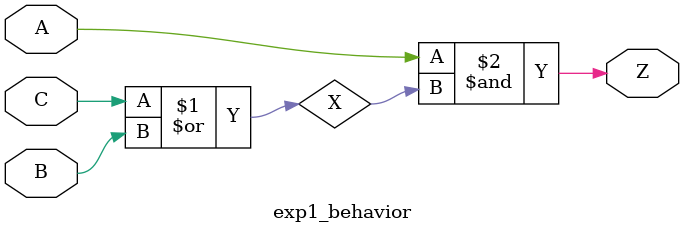
<source format=v>
`timescale 1ns / 1ps


module exp1_behavior(
    input A,
    input B,
    input C,
    output Z
    );
    
     wire X;
    
    or p1(X,C,B);
    and p2(Z,A,X);
    
endmodule

</source>
